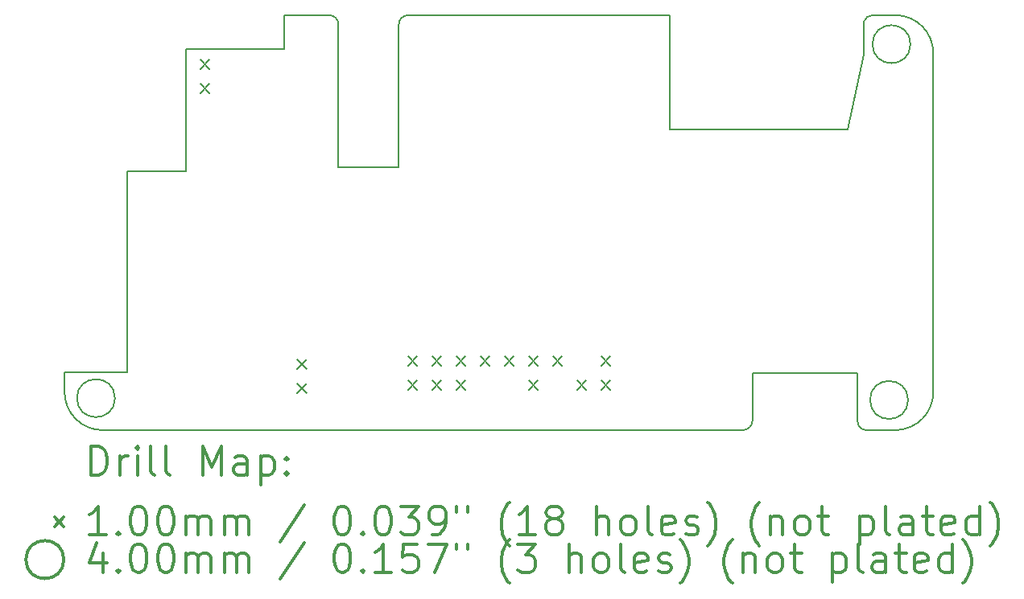
<source format=gbr>
%FSLAX45Y45*%
G04 Gerber Fmt 4.5, Leading zero omitted, Abs format (unit mm)*
G04 Created by KiCad (PCBNEW (5.1.5)-3) date 2020-06-10 15:28:02*
%MOMM*%
%LPD*%
G04 APERTURE LIST*
%TA.AperFunction,Profile*%
%ADD10C,0.150000*%
%TD*%
%ADD11C,0.200000*%
%ADD12C,0.300000*%
G04 APERTURE END LIST*
D10*
X11366500Y-6819900D02*
X10332944Y-6819900D01*
X11366500Y-6462114D02*
X11366500Y-6819900D01*
X9715500Y-10223500D02*
X9715500Y-8108014D01*
X9715500Y-10223500D02*
X9058000Y-10223500D01*
X11938000Y-8063000D02*
X12573000Y-8063000D01*
X10332944Y-8108014D02*
X9715500Y-8108014D01*
X10332944Y-8108014D02*
X10332944Y-6819900D01*
X17489000Y-10833000D02*
G75*
G02X17399000Y-10743000I0J90000D01*
G01*
X17293000Y-7663000D02*
X17462500Y-6883000D01*
X15420000Y-7663000D02*
X17293000Y-7663000D01*
X15420000Y-6463000D02*
X15420000Y-7663000D01*
X11838000Y-6463000D02*
X11366500Y-6462114D01*
X17805253Y-10833000D02*
X17489000Y-10833000D01*
X17462786Y-6533089D02*
G75*
G02X17562500Y-6463000I95233J-29512D01*
G01*
X17462786Y-6533089D02*
X17462500Y-6883000D01*
X16292500Y-10733000D02*
G75*
G02X16192500Y-10833000I-100000J0D01*
G01*
X12573000Y-6563000D02*
G75*
G02X12673000Y-6463000I100000J0D01*
G01*
X11838000Y-6463000D02*
G75*
G02X11938000Y-6563000I0J-100000D01*
G01*
X9458000Y-10833000D02*
G75*
G02X9058000Y-10433000I0J400000D01*
G01*
X18194404Y-10433000D02*
G75*
G02X17805253Y-10833000I-400151J0D01*
G01*
X17805400Y-6463151D02*
G75*
G02X18194404Y-6863000I-10996J-399849D01*
G01*
X17399000Y-10233000D02*
X16292500Y-10233000D01*
X16292500Y-10233000D02*
X16292500Y-10733000D01*
X17399000Y-10743000D02*
X17399000Y-10233000D01*
X16192500Y-10833000D02*
X12420000Y-10833000D01*
X18194404Y-6863000D02*
X18194404Y-10433000D01*
X17562500Y-6463000D02*
X17805400Y-6463151D01*
X12673000Y-6463000D02*
X15420000Y-6463000D01*
X12573000Y-8063000D02*
X12573000Y-6563000D01*
X11938000Y-6563000D02*
X11938000Y-8063000D01*
X9058000Y-10433000D02*
X9058000Y-10223500D01*
X12420000Y-10833000D02*
X9458000Y-10833000D01*
D11*
X12668455Y-10056453D02*
X12768455Y-10156453D01*
X12768455Y-10056453D02*
X12668455Y-10156453D01*
X12668455Y-10311453D02*
X12768455Y-10411453D01*
X12768455Y-10311453D02*
X12668455Y-10411453D01*
X12922455Y-10057453D02*
X13022455Y-10157453D01*
X13022455Y-10057453D02*
X12922455Y-10157453D01*
X12922455Y-10311453D02*
X13022455Y-10411453D01*
X13022455Y-10311453D02*
X12922455Y-10411453D01*
X13176455Y-10057453D02*
X13276455Y-10157453D01*
X13276455Y-10057453D02*
X13176455Y-10157453D01*
X13176455Y-10311453D02*
X13276455Y-10411453D01*
X13276455Y-10311453D02*
X13176455Y-10411453D01*
X13430455Y-10056453D02*
X13530455Y-10156453D01*
X13530455Y-10056453D02*
X13430455Y-10156453D01*
X13684455Y-10057453D02*
X13784455Y-10157453D01*
X13784455Y-10057453D02*
X13684455Y-10157453D01*
X13938455Y-10057453D02*
X14038455Y-10157453D01*
X14038455Y-10057453D02*
X13938455Y-10157453D01*
X13938455Y-10311453D02*
X14038455Y-10411453D01*
X14038455Y-10311453D02*
X13938455Y-10411453D01*
X14192455Y-10057453D02*
X14292455Y-10157453D01*
X14292455Y-10057453D02*
X14192455Y-10157453D01*
X14446455Y-10310453D02*
X14546455Y-10410453D01*
X14546455Y-10310453D02*
X14446455Y-10410453D01*
X14700455Y-10057453D02*
X14800455Y-10157453D01*
X14800455Y-10057453D02*
X14700455Y-10157453D01*
X14700455Y-10310453D02*
X14800455Y-10410453D01*
X14800455Y-10310453D02*
X14700455Y-10410453D01*
X10482944Y-6930014D02*
X10582944Y-7030014D01*
X10582944Y-6930014D02*
X10482944Y-7030014D01*
X10482944Y-7184014D02*
X10582944Y-7284014D01*
X10582944Y-7184014D02*
X10482944Y-7284014D01*
X11503952Y-10090188D02*
X11603952Y-10190188D01*
X11603952Y-10090188D02*
X11503952Y-10190188D01*
X11503952Y-10344188D02*
X11603952Y-10444188D01*
X11603952Y-10344188D02*
X11503952Y-10444188D01*
X17954600Y-6769100D02*
G75*
G03X17954600Y-6769100I-200000J0D01*
G01*
X17929200Y-10515600D02*
G75*
G03X17929200Y-10515600I-200000J0D01*
G01*
X9588000Y-10496500D02*
G75*
G03X9588000Y-10496500I-200000J0D01*
G01*
D12*
X9336928Y-11306214D02*
X9336928Y-11006214D01*
X9408357Y-11006214D01*
X9451214Y-11020500D01*
X9479786Y-11049072D01*
X9494071Y-11077643D01*
X9508357Y-11134786D01*
X9508357Y-11177643D01*
X9494071Y-11234786D01*
X9479786Y-11263357D01*
X9451214Y-11291929D01*
X9408357Y-11306214D01*
X9336928Y-11306214D01*
X9636928Y-11306214D02*
X9636928Y-11106214D01*
X9636928Y-11163357D02*
X9651214Y-11134786D01*
X9665500Y-11120500D01*
X9694071Y-11106214D01*
X9722643Y-11106214D01*
X9822643Y-11306214D02*
X9822643Y-11106214D01*
X9822643Y-11006214D02*
X9808357Y-11020500D01*
X9822643Y-11034786D01*
X9836928Y-11020500D01*
X9822643Y-11006214D01*
X9822643Y-11034786D01*
X10008357Y-11306214D02*
X9979786Y-11291929D01*
X9965500Y-11263357D01*
X9965500Y-11006214D01*
X10165500Y-11306214D02*
X10136928Y-11291929D01*
X10122643Y-11263357D01*
X10122643Y-11006214D01*
X10508357Y-11306214D02*
X10508357Y-11006214D01*
X10608357Y-11220500D01*
X10708357Y-11006214D01*
X10708357Y-11306214D01*
X10979786Y-11306214D02*
X10979786Y-11149072D01*
X10965500Y-11120500D01*
X10936928Y-11106214D01*
X10879786Y-11106214D01*
X10851214Y-11120500D01*
X10979786Y-11291929D02*
X10951214Y-11306214D01*
X10879786Y-11306214D01*
X10851214Y-11291929D01*
X10836928Y-11263357D01*
X10836928Y-11234786D01*
X10851214Y-11206214D01*
X10879786Y-11191929D01*
X10951214Y-11191929D01*
X10979786Y-11177643D01*
X11122643Y-11106214D02*
X11122643Y-11406214D01*
X11122643Y-11120500D02*
X11151214Y-11106214D01*
X11208357Y-11106214D01*
X11236928Y-11120500D01*
X11251214Y-11134786D01*
X11265500Y-11163357D01*
X11265500Y-11249071D01*
X11251214Y-11277643D01*
X11236928Y-11291929D01*
X11208357Y-11306214D01*
X11151214Y-11306214D01*
X11122643Y-11291929D01*
X11394071Y-11277643D02*
X11408357Y-11291929D01*
X11394071Y-11306214D01*
X11379786Y-11291929D01*
X11394071Y-11277643D01*
X11394071Y-11306214D01*
X11394071Y-11120500D02*
X11408357Y-11134786D01*
X11394071Y-11149072D01*
X11379786Y-11134786D01*
X11394071Y-11120500D01*
X11394071Y-11149072D01*
X8950500Y-11750500D02*
X9050500Y-11850500D01*
X9050500Y-11750500D02*
X8950500Y-11850500D01*
X9494071Y-11936214D02*
X9322643Y-11936214D01*
X9408357Y-11936214D02*
X9408357Y-11636214D01*
X9379786Y-11679071D01*
X9351214Y-11707643D01*
X9322643Y-11721929D01*
X9622643Y-11907643D02*
X9636928Y-11921929D01*
X9622643Y-11936214D01*
X9608357Y-11921929D01*
X9622643Y-11907643D01*
X9622643Y-11936214D01*
X9822643Y-11636214D02*
X9851214Y-11636214D01*
X9879786Y-11650500D01*
X9894071Y-11664786D01*
X9908357Y-11693357D01*
X9922643Y-11750500D01*
X9922643Y-11821929D01*
X9908357Y-11879071D01*
X9894071Y-11907643D01*
X9879786Y-11921929D01*
X9851214Y-11936214D01*
X9822643Y-11936214D01*
X9794071Y-11921929D01*
X9779786Y-11907643D01*
X9765500Y-11879071D01*
X9751214Y-11821929D01*
X9751214Y-11750500D01*
X9765500Y-11693357D01*
X9779786Y-11664786D01*
X9794071Y-11650500D01*
X9822643Y-11636214D01*
X10108357Y-11636214D02*
X10136928Y-11636214D01*
X10165500Y-11650500D01*
X10179786Y-11664786D01*
X10194071Y-11693357D01*
X10208357Y-11750500D01*
X10208357Y-11821929D01*
X10194071Y-11879071D01*
X10179786Y-11907643D01*
X10165500Y-11921929D01*
X10136928Y-11936214D01*
X10108357Y-11936214D01*
X10079786Y-11921929D01*
X10065500Y-11907643D01*
X10051214Y-11879071D01*
X10036928Y-11821929D01*
X10036928Y-11750500D01*
X10051214Y-11693357D01*
X10065500Y-11664786D01*
X10079786Y-11650500D01*
X10108357Y-11636214D01*
X10336928Y-11936214D02*
X10336928Y-11736214D01*
X10336928Y-11764786D02*
X10351214Y-11750500D01*
X10379786Y-11736214D01*
X10422643Y-11736214D01*
X10451214Y-11750500D01*
X10465500Y-11779071D01*
X10465500Y-11936214D01*
X10465500Y-11779071D02*
X10479786Y-11750500D01*
X10508357Y-11736214D01*
X10551214Y-11736214D01*
X10579786Y-11750500D01*
X10594071Y-11779071D01*
X10594071Y-11936214D01*
X10736928Y-11936214D02*
X10736928Y-11736214D01*
X10736928Y-11764786D02*
X10751214Y-11750500D01*
X10779786Y-11736214D01*
X10822643Y-11736214D01*
X10851214Y-11750500D01*
X10865500Y-11779071D01*
X10865500Y-11936214D01*
X10865500Y-11779071D02*
X10879786Y-11750500D01*
X10908357Y-11736214D01*
X10951214Y-11736214D01*
X10979786Y-11750500D01*
X10994071Y-11779071D01*
X10994071Y-11936214D01*
X11579786Y-11621929D02*
X11322643Y-12007643D01*
X11965500Y-11636214D02*
X11994071Y-11636214D01*
X12022643Y-11650500D01*
X12036928Y-11664786D01*
X12051214Y-11693357D01*
X12065500Y-11750500D01*
X12065500Y-11821929D01*
X12051214Y-11879071D01*
X12036928Y-11907643D01*
X12022643Y-11921929D01*
X11994071Y-11936214D01*
X11965500Y-11936214D01*
X11936928Y-11921929D01*
X11922643Y-11907643D01*
X11908357Y-11879071D01*
X11894071Y-11821929D01*
X11894071Y-11750500D01*
X11908357Y-11693357D01*
X11922643Y-11664786D01*
X11936928Y-11650500D01*
X11965500Y-11636214D01*
X12194071Y-11907643D02*
X12208357Y-11921929D01*
X12194071Y-11936214D01*
X12179786Y-11921929D01*
X12194071Y-11907643D01*
X12194071Y-11936214D01*
X12394071Y-11636214D02*
X12422643Y-11636214D01*
X12451214Y-11650500D01*
X12465500Y-11664786D01*
X12479786Y-11693357D01*
X12494071Y-11750500D01*
X12494071Y-11821929D01*
X12479786Y-11879071D01*
X12465500Y-11907643D01*
X12451214Y-11921929D01*
X12422643Y-11936214D01*
X12394071Y-11936214D01*
X12365500Y-11921929D01*
X12351214Y-11907643D01*
X12336928Y-11879071D01*
X12322643Y-11821929D01*
X12322643Y-11750500D01*
X12336928Y-11693357D01*
X12351214Y-11664786D01*
X12365500Y-11650500D01*
X12394071Y-11636214D01*
X12594071Y-11636214D02*
X12779786Y-11636214D01*
X12679786Y-11750500D01*
X12722643Y-11750500D01*
X12751214Y-11764786D01*
X12765500Y-11779071D01*
X12779786Y-11807643D01*
X12779786Y-11879071D01*
X12765500Y-11907643D01*
X12751214Y-11921929D01*
X12722643Y-11936214D01*
X12636928Y-11936214D01*
X12608357Y-11921929D01*
X12594071Y-11907643D01*
X12922643Y-11936214D02*
X12979786Y-11936214D01*
X13008357Y-11921929D01*
X13022643Y-11907643D01*
X13051214Y-11864786D01*
X13065500Y-11807643D01*
X13065500Y-11693357D01*
X13051214Y-11664786D01*
X13036928Y-11650500D01*
X13008357Y-11636214D01*
X12951214Y-11636214D01*
X12922643Y-11650500D01*
X12908357Y-11664786D01*
X12894071Y-11693357D01*
X12894071Y-11764786D01*
X12908357Y-11793357D01*
X12922643Y-11807643D01*
X12951214Y-11821929D01*
X13008357Y-11821929D01*
X13036928Y-11807643D01*
X13051214Y-11793357D01*
X13065500Y-11764786D01*
X13179786Y-11636214D02*
X13179786Y-11693357D01*
X13294071Y-11636214D02*
X13294071Y-11693357D01*
X13736928Y-12050500D02*
X13722643Y-12036214D01*
X13694071Y-11993357D01*
X13679786Y-11964786D01*
X13665500Y-11921929D01*
X13651214Y-11850500D01*
X13651214Y-11793357D01*
X13665500Y-11721929D01*
X13679786Y-11679071D01*
X13694071Y-11650500D01*
X13722643Y-11607643D01*
X13736928Y-11593357D01*
X14008357Y-11936214D02*
X13836928Y-11936214D01*
X13922643Y-11936214D02*
X13922643Y-11636214D01*
X13894071Y-11679071D01*
X13865500Y-11707643D01*
X13836928Y-11721929D01*
X14179786Y-11764786D02*
X14151214Y-11750500D01*
X14136928Y-11736214D01*
X14122643Y-11707643D01*
X14122643Y-11693357D01*
X14136928Y-11664786D01*
X14151214Y-11650500D01*
X14179786Y-11636214D01*
X14236928Y-11636214D01*
X14265500Y-11650500D01*
X14279786Y-11664786D01*
X14294071Y-11693357D01*
X14294071Y-11707643D01*
X14279786Y-11736214D01*
X14265500Y-11750500D01*
X14236928Y-11764786D01*
X14179786Y-11764786D01*
X14151214Y-11779071D01*
X14136928Y-11793357D01*
X14122643Y-11821929D01*
X14122643Y-11879071D01*
X14136928Y-11907643D01*
X14151214Y-11921929D01*
X14179786Y-11936214D01*
X14236928Y-11936214D01*
X14265500Y-11921929D01*
X14279786Y-11907643D01*
X14294071Y-11879071D01*
X14294071Y-11821929D01*
X14279786Y-11793357D01*
X14265500Y-11779071D01*
X14236928Y-11764786D01*
X14651214Y-11936214D02*
X14651214Y-11636214D01*
X14779786Y-11936214D02*
X14779786Y-11779071D01*
X14765500Y-11750500D01*
X14736928Y-11736214D01*
X14694071Y-11736214D01*
X14665500Y-11750500D01*
X14651214Y-11764786D01*
X14965500Y-11936214D02*
X14936928Y-11921929D01*
X14922643Y-11907643D01*
X14908357Y-11879071D01*
X14908357Y-11793357D01*
X14922643Y-11764786D01*
X14936928Y-11750500D01*
X14965500Y-11736214D01*
X15008357Y-11736214D01*
X15036928Y-11750500D01*
X15051214Y-11764786D01*
X15065500Y-11793357D01*
X15065500Y-11879071D01*
X15051214Y-11907643D01*
X15036928Y-11921929D01*
X15008357Y-11936214D01*
X14965500Y-11936214D01*
X15236928Y-11936214D02*
X15208357Y-11921929D01*
X15194071Y-11893357D01*
X15194071Y-11636214D01*
X15465500Y-11921929D02*
X15436928Y-11936214D01*
X15379786Y-11936214D01*
X15351214Y-11921929D01*
X15336928Y-11893357D01*
X15336928Y-11779071D01*
X15351214Y-11750500D01*
X15379786Y-11736214D01*
X15436928Y-11736214D01*
X15465500Y-11750500D01*
X15479786Y-11779071D01*
X15479786Y-11807643D01*
X15336928Y-11836214D01*
X15594071Y-11921929D02*
X15622643Y-11936214D01*
X15679786Y-11936214D01*
X15708357Y-11921929D01*
X15722643Y-11893357D01*
X15722643Y-11879071D01*
X15708357Y-11850500D01*
X15679786Y-11836214D01*
X15636928Y-11836214D01*
X15608357Y-11821929D01*
X15594071Y-11793357D01*
X15594071Y-11779071D01*
X15608357Y-11750500D01*
X15636928Y-11736214D01*
X15679786Y-11736214D01*
X15708357Y-11750500D01*
X15822643Y-12050500D02*
X15836928Y-12036214D01*
X15865500Y-11993357D01*
X15879786Y-11964786D01*
X15894071Y-11921929D01*
X15908357Y-11850500D01*
X15908357Y-11793357D01*
X15894071Y-11721929D01*
X15879786Y-11679071D01*
X15865500Y-11650500D01*
X15836928Y-11607643D01*
X15822643Y-11593357D01*
X16365500Y-12050500D02*
X16351214Y-12036214D01*
X16322643Y-11993357D01*
X16308357Y-11964786D01*
X16294071Y-11921929D01*
X16279786Y-11850500D01*
X16279786Y-11793357D01*
X16294071Y-11721929D01*
X16308357Y-11679071D01*
X16322643Y-11650500D01*
X16351214Y-11607643D01*
X16365500Y-11593357D01*
X16479786Y-11736214D02*
X16479786Y-11936214D01*
X16479786Y-11764786D02*
X16494071Y-11750500D01*
X16522643Y-11736214D01*
X16565500Y-11736214D01*
X16594071Y-11750500D01*
X16608357Y-11779071D01*
X16608357Y-11936214D01*
X16794071Y-11936214D02*
X16765500Y-11921929D01*
X16751214Y-11907643D01*
X16736928Y-11879071D01*
X16736928Y-11793357D01*
X16751214Y-11764786D01*
X16765500Y-11750500D01*
X16794071Y-11736214D01*
X16836928Y-11736214D01*
X16865500Y-11750500D01*
X16879786Y-11764786D01*
X16894071Y-11793357D01*
X16894071Y-11879071D01*
X16879786Y-11907643D01*
X16865500Y-11921929D01*
X16836928Y-11936214D01*
X16794071Y-11936214D01*
X16979786Y-11736214D02*
X17094071Y-11736214D01*
X17022643Y-11636214D02*
X17022643Y-11893357D01*
X17036928Y-11921929D01*
X17065500Y-11936214D01*
X17094071Y-11936214D01*
X17422643Y-11736214D02*
X17422643Y-12036214D01*
X17422643Y-11750500D02*
X17451214Y-11736214D01*
X17508357Y-11736214D01*
X17536928Y-11750500D01*
X17551214Y-11764786D01*
X17565500Y-11793357D01*
X17565500Y-11879071D01*
X17551214Y-11907643D01*
X17536928Y-11921929D01*
X17508357Y-11936214D01*
X17451214Y-11936214D01*
X17422643Y-11921929D01*
X17736928Y-11936214D02*
X17708357Y-11921929D01*
X17694071Y-11893357D01*
X17694071Y-11636214D01*
X17979786Y-11936214D02*
X17979786Y-11779071D01*
X17965500Y-11750500D01*
X17936928Y-11736214D01*
X17879786Y-11736214D01*
X17851214Y-11750500D01*
X17979786Y-11921929D02*
X17951214Y-11936214D01*
X17879786Y-11936214D01*
X17851214Y-11921929D01*
X17836928Y-11893357D01*
X17836928Y-11864786D01*
X17851214Y-11836214D01*
X17879786Y-11821929D01*
X17951214Y-11821929D01*
X17979786Y-11807643D01*
X18079786Y-11736214D02*
X18194071Y-11736214D01*
X18122643Y-11636214D02*
X18122643Y-11893357D01*
X18136928Y-11921929D01*
X18165500Y-11936214D01*
X18194071Y-11936214D01*
X18408357Y-11921929D02*
X18379786Y-11936214D01*
X18322643Y-11936214D01*
X18294071Y-11921929D01*
X18279786Y-11893357D01*
X18279786Y-11779071D01*
X18294071Y-11750500D01*
X18322643Y-11736214D01*
X18379786Y-11736214D01*
X18408357Y-11750500D01*
X18422643Y-11779071D01*
X18422643Y-11807643D01*
X18279786Y-11836214D01*
X18679786Y-11936214D02*
X18679786Y-11636214D01*
X18679786Y-11921929D02*
X18651214Y-11936214D01*
X18594071Y-11936214D01*
X18565500Y-11921929D01*
X18551214Y-11907643D01*
X18536928Y-11879071D01*
X18536928Y-11793357D01*
X18551214Y-11764786D01*
X18565500Y-11750500D01*
X18594071Y-11736214D01*
X18651214Y-11736214D01*
X18679786Y-11750500D01*
X18794071Y-12050500D02*
X18808357Y-12036214D01*
X18836928Y-11993357D01*
X18851214Y-11964786D01*
X18865500Y-11921929D01*
X18879786Y-11850500D01*
X18879786Y-11793357D01*
X18865500Y-11721929D01*
X18851214Y-11679071D01*
X18836928Y-11650500D01*
X18808357Y-11607643D01*
X18794071Y-11593357D01*
X9050500Y-12196500D02*
G75*
G03X9050500Y-12196500I-200000J0D01*
G01*
X9465500Y-12132214D02*
X9465500Y-12332214D01*
X9394071Y-12017929D02*
X9322643Y-12232214D01*
X9508357Y-12232214D01*
X9622643Y-12303643D02*
X9636928Y-12317929D01*
X9622643Y-12332214D01*
X9608357Y-12317929D01*
X9622643Y-12303643D01*
X9622643Y-12332214D01*
X9822643Y-12032214D02*
X9851214Y-12032214D01*
X9879786Y-12046500D01*
X9894071Y-12060786D01*
X9908357Y-12089357D01*
X9922643Y-12146500D01*
X9922643Y-12217929D01*
X9908357Y-12275071D01*
X9894071Y-12303643D01*
X9879786Y-12317929D01*
X9851214Y-12332214D01*
X9822643Y-12332214D01*
X9794071Y-12317929D01*
X9779786Y-12303643D01*
X9765500Y-12275071D01*
X9751214Y-12217929D01*
X9751214Y-12146500D01*
X9765500Y-12089357D01*
X9779786Y-12060786D01*
X9794071Y-12046500D01*
X9822643Y-12032214D01*
X10108357Y-12032214D02*
X10136928Y-12032214D01*
X10165500Y-12046500D01*
X10179786Y-12060786D01*
X10194071Y-12089357D01*
X10208357Y-12146500D01*
X10208357Y-12217929D01*
X10194071Y-12275071D01*
X10179786Y-12303643D01*
X10165500Y-12317929D01*
X10136928Y-12332214D01*
X10108357Y-12332214D01*
X10079786Y-12317929D01*
X10065500Y-12303643D01*
X10051214Y-12275071D01*
X10036928Y-12217929D01*
X10036928Y-12146500D01*
X10051214Y-12089357D01*
X10065500Y-12060786D01*
X10079786Y-12046500D01*
X10108357Y-12032214D01*
X10336928Y-12332214D02*
X10336928Y-12132214D01*
X10336928Y-12160786D02*
X10351214Y-12146500D01*
X10379786Y-12132214D01*
X10422643Y-12132214D01*
X10451214Y-12146500D01*
X10465500Y-12175071D01*
X10465500Y-12332214D01*
X10465500Y-12175071D02*
X10479786Y-12146500D01*
X10508357Y-12132214D01*
X10551214Y-12132214D01*
X10579786Y-12146500D01*
X10594071Y-12175071D01*
X10594071Y-12332214D01*
X10736928Y-12332214D02*
X10736928Y-12132214D01*
X10736928Y-12160786D02*
X10751214Y-12146500D01*
X10779786Y-12132214D01*
X10822643Y-12132214D01*
X10851214Y-12146500D01*
X10865500Y-12175071D01*
X10865500Y-12332214D01*
X10865500Y-12175071D02*
X10879786Y-12146500D01*
X10908357Y-12132214D01*
X10951214Y-12132214D01*
X10979786Y-12146500D01*
X10994071Y-12175071D01*
X10994071Y-12332214D01*
X11579786Y-12017929D02*
X11322643Y-12403643D01*
X11965500Y-12032214D02*
X11994071Y-12032214D01*
X12022643Y-12046500D01*
X12036928Y-12060786D01*
X12051214Y-12089357D01*
X12065500Y-12146500D01*
X12065500Y-12217929D01*
X12051214Y-12275071D01*
X12036928Y-12303643D01*
X12022643Y-12317929D01*
X11994071Y-12332214D01*
X11965500Y-12332214D01*
X11936928Y-12317929D01*
X11922643Y-12303643D01*
X11908357Y-12275071D01*
X11894071Y-12217929D01*
X11894071Y-12146500D01*
X11908357Y-12089357D01*
X11922643Y-12060786D01*
X11936928Y-12046500D01*
X11965500Y-12032214D01*
X12194071Y-12303643D02*
X12208357Y-12317929D01*
X12194071Y-12332214D01*
X12179786Y-12317929D01*
X12194071Y-12303643D01*
X12194071Y-12332214D01*
X12494071Y-12332214D02*
X12322643Y-12332214D01*
X12408357Y-12332214D02*
X12408357Y-12032214D01*
X12379786Y-12075071D01*
X12351214Y-12103643D01*
X12322643Y-12117929D01*
X12765500Y-12032214D02*
X12622643Y-12032214D01*
X12608357Y-12175071D01*
X12622643Y-12160786D01*
X12651214Y-12146500D01*
X12722643Y-12146500D01*
X12751214Y-12160786D01*
X12765500Y-12175071D01*
X12779786Y-12203643D01*
X12779786Y-12275071D01*
X12765500Y-12303643D01*
X12751214Y-12317929D01*
X12722643Y-12332214D01*
X12651214Y-12332214D01*
X12622643Y-12317929D01*
X12608357Y-12303643D01*
X12879786Y-12032214D02*
X13079786Y-12032214D01*
X12951214Y-12332214D01*
X13179786Y-12032214D02*
X13179786Y-12089357D01*
X13294071Y-12032214D02*
X13294071Y-12089357D01*
X13736928Y-12446500D02*
X13722643Y-12432214D01*
X13694071Y-12389357D01*
X13679786Y-12360786D01*
X13665500Y-12317929D01*
X13651214Y-12246500D01*
X13651214Y-12189357D01*
X13665500Y-12117929D01*
X13679786Y-12075071D01*
X13694071Y-12046500D01*
X13722643Y-12003643D01*
X13736928Y-11989357D01*
X13822643Y-12032214D02*
X14008357Y-12032214D01*
X13908357Y-12146500D01*
X13951214Y-12146500D01*
X13979786Y-12160786D01*
X13994071Y-12175071D01*
X14008357Y-12203643D01*
X14008357Y-12275071D01*
X13994071Y-12303643D01*
X13979786Y-12317929D01*
X13951214Y-12332214D01*
X13865500Y-12332214D01*
X13836928Y-12317929D01*
X13822643Y-12303643D01*
X14365500Y-12332214D02*
X14365500Y-12032214D01*
X14494071Y-12332214D02*
X14494071Y-12175071D01*
X14479786Y-12146500D01*
X14451214Y-12132214D01*
X14408357Y-12132214D01*
X14379786Y-12146500D01*
X14365500Y-12160786D01*
X14679786Y-12332214D02*
X14651214Y-12317929D01*
X14636928Y-12303643D01*
X14622643Y-12275071D01*
X14622643Y-12189357D01*
X14636928Y-12160786D01*
X14651214Y-12146500D01*
X14679786Y-12132214D01*
X14722643Y-12132214D01*
X14751214Y-12146500D01*
X14765500Y-12160786D01*
X14779786Y-12189357D01*
X14779786Y-12275071D01*
X14765500Y-12303643D01*
X14751214Y-12317929D01*
X14722643Y-12332214D01*
X14679786Y-12332214D01*
X14951214Y-12332214D02*
X14922643Y-12317929D01*
X14908357Y-12289357D01*
X14908357Y-12032214D01*
X15179786Y-12317929D02*
X15151214Y-12332214D01*
X15094071Y-12332214D01*
X15065500Y-12317929D01*
X15051214Y-12289357D01*
X15051214Y-12175071D01*
X15065500Y-12146500D01*
X15094071Y-12132214D01*
X15151214Y-12132214D01*
X15179786Y-12146500D01*
X15194071Y-12175071D01*
X15194071Y-12203643D01*
X15051214Y-12232214D01*
X15308357Y-12317929D02*
X15336928Y-12332214D01*
X15394071Y-12332214D01*
X15422643Y-12317929D01*
X15436928Y-12289357D01*
X15436928Y-12275071D01*
X15422643Y-12246500D01*
X15394071Y-12232214D01*
X15351214Y-12232214D01*
X15322643Y-12217929D01*
X15308357Y-12189357D01*
X15308357Y-12175071D01*
X15322643Y-12146500D01*
X15351214Y-12132214D01*
X15394071Y-12132214D01*
X15422643Y-12146500D01*
X15536928Y-12446500D02*
X15551214Y-12432214D01*
X15579786Y-12389357D01*
X15594071Y-12360786D01*
X15608357Y-12317929D01*
X15622643Y-12246500D01*
X15622643Y-12189357D01*
X15608357Y-12117929D01*
X15594071Y-12075071D01*
X15579786Y-12046500D01*
X15551214Y-12003643D01*
X15536928Y-11989357D01*
X16079786Y-12446500D02*
X16065500Y-12432214D01*
X16036928Y-12389357D01*
X16022643Y-12360786D01*
X16008357Y-12317929D01*
X15994071Y-12246500D01*
X15994071Y-12189357D01*
X16008357Y-12117929D01*
X16022643Y-12075071D01*
X16036928Y-12046500D01*
X16065500Y-12003643D01*
X16079786Y-11989357D01*
X16194071Y-12132214D02*
X16194071Y-12332214D01*
X16194071Y-12160786D02*
X16208357Y-12146500D01*
X16236928Y-12132214D01*
X16279786Y-12132214D01*
X16308357Y-12146500D01*
X16322643Y-12175071D01*
X16322643Y-12332214D01*
X16508357Y-12332214D02*
X16479786Y-12317929D01*
X16465500Y-12303643D01*
X16451214Y-12275071D01*
X16451214Y-12189357D01*
X16465500Y-12160786D01*
X16479786Y-12146500D01*
X16508357Y-12132214D01*
X16551214Y-12132214D01*
X16579786Y-12146500D01*
X16594071Y-12160786D01*
X16608357Y-12189357D01*
X16608357Y-12275071D01*
X16594071Y-12303643D01*
X16579786Y-12317929D01*
X16551214Y-12332214D01*
X16508357Y-12332214D01*
X16694071Y-12132214D02*
X16808357Y-12132214D01*
X16736928Y-12032214D02*
X16736928Y-12289357D01*
X16751214Y-12317929D01*
X16779786Y-12332214D01*
X16808357Y-12332214D01*
X17136928Y-12132214D02*
X17136928Y-12432214D01*
X17136928Y-12146500D02*
X17165500Y-12132214D01*
X17222643Y-12132214D01*
X17251214Y-12146500D01*
X17265500Y-12160786D01*
X17279786Y-12189357D01*
X17279786Y-12275071D01*
X17265500Y-12303643D01*
X17251214Y-12317929D01*
X17222643Y-12332214D01*
X17165500Y-12332214D01*
X17136928Y-12317929D01*
X17451214Y-12332214D02*
X17422643Y-12317929D01*
X17408357Y-12289357D01*
X17408357Y-12032214D01*
X17694071Y-12332214D02*
X17694071Y-12175071D01*
X17679786Y-12146500D01*
X17651214Y-12132214D01*
X17594071Y-12132214D01*
X17565500Y-12146500D01*
X17694071Y-12317929D02*
X17665500Y-12332214D01*
X17594071Y-12332214D01*
X17565500Y-12317929D01*
X17551214Y-12289357D01*
X17551214Y-12260786D01*
X17565500Y-12232214D01*
X17594071Y-12217929D01*
X17665500Y-12217929D01*
X17694071Y-12203643D01*
X17794071Y-12132214D02*
X17908357Y-12132214D01*
X17836928Y-12032214D02*
X17836928Y-12289357D01*
X17851214Y-12317929D01*
X17879786Y-12332214D01*
X17908357Y-12332214D01*
X18122643Y-12317929D02*
X18094071Y-12332214D01*
X18036928Y-12332214D01*
X18008357Y-12317929D01*
X17994071Y-12289357D01*
X17994071Y-12175071D01*
X18008357Y-12146500D01*
X18036928Y-12132214D01*
X18094071Y-12132214D01*
X18122643Y-12146500D01*
X18136928Y-12175071D01*
X18136928Y-12203643D01*
X17994071Y-12232214D01*
X18394071Y-12332214D02*
X18394071Y-12032214D01*
X18394071Y-12317929D02*
X18365500Y-12332214D01*
X18308357Y-12332214D01*
X18279786Y-12317929D01*
X18265500Y-12303643D01*
X18251214Y-12275071D01*
X18251214Y-12189357D01*
X18265500Y-12160786D01*
X18279786Y-12146500D01*
X18308357Y-12132214D01*
X18365500Y-12132214D01*
X18394071Y-12146500D01*
X18508357Y-12446500D02*
X18522643Y-12432214D01*
X18551214Y-12389357D01*
X18565500Y-12360786D01*
X18579786Y-12317929D01*
X18594071Y-12246500D01*
X18594071Y-12189357D01*
X18579786Y-12117929D01*
X18565500Y-12075071D01*
X18551214Y-12046500D01*
X18522643Y-12003643D01*
X18508357Y-11989357D01*
M02*

</source>
